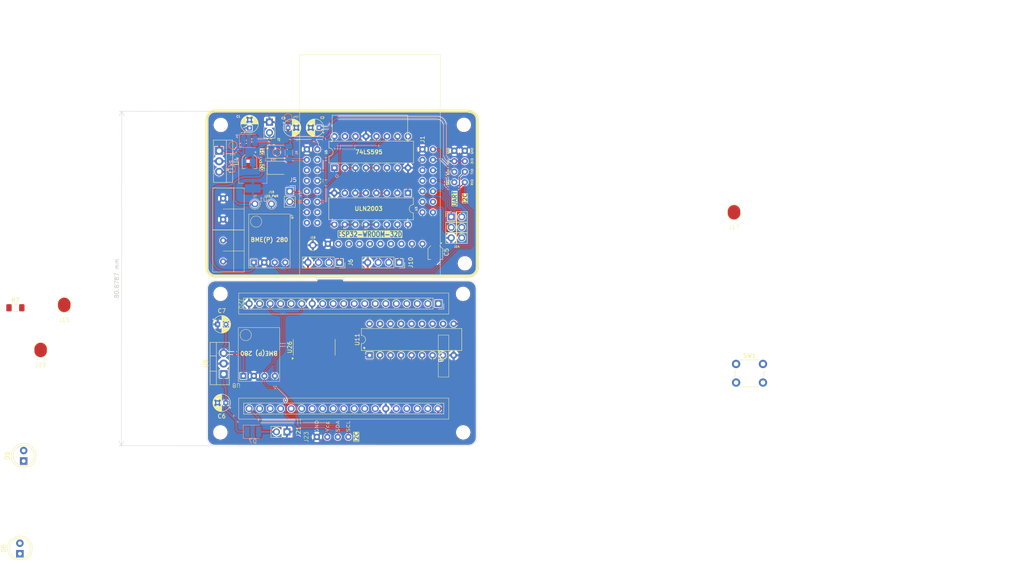
<source format=kicad_pcb>
(kicad_pcb (version 20240108) (generator "pcbnew") (generator_version "8.0")
  (layers (0 "F.Cu" signal) (31 "B.Cu" signal) (34 "B.Paste" user) (35 "F.Paste" user) (36 "B.SilkS" user "B.Silkscreen") (37 "F.SilkS" user "F.Silkscreen") (38 "B.Mask" user) (39 "F.Mask" user) (44 "Edge.Cuts" user))
  (net 0 "")
  (net 1 "GND")
  (net 2 "+3V3")
  (net 3 "+5V")
  (net 4 "/RXD")
  (net 5 "/TXD")
  (net 6 "/SDA")
  (net 7 "/OUT2")
  (net 8 "/SCL")
  (net 9 "/OUT1")
  (net 10 "/EN")
  (net 11 "/SOURCE2")
  (net 12 "/SOURCE1")
  (net 13 "/SOURCE3")
  (net 14 "/VDC")
  (net 15 "/DAC1")
  (net 16 "/DAC2")
  (net 17 "/GPIO13")
  (net 18 "/GPIO19")
  (net 19 "/GPIO17")
  (net 20 "/GPIO5")
  (net 21 "/GPIO18")
  (net 22 "/GPIO36")
  (net 23 "/ADC2_CH3")
  (net 24 "/SD_DATA1")
  (net 25 "/SD_DATA2")
  (net 26 "/SD_CLK")
  (net 27 "/SD_CMD")
  (net 28 "/SD_DATA3")
  (net 29 "/ADC2_CH0")
  (net 30 "/GPIO23")
  (net 31 "/SD_DATA0")
  (net 32 "/ADC2_CH2")
  (net 33 "/BOOT")
  (net 34 "/GPIO39")
  (net 35 "/SOURCE4")
  (net 36 "/SOURCE5")
  (net 37 "/SIPO_DATA")
  (net 38 "/SIPO_CLK")
  (net 40 "/SIPO_LATCH")
  (net 41 "/GPIO14")
  (net 43 "/I3")
  (net 44 "/I6")
  (net 45 "/I7")
  (net 46 "/I5")
  (net 47 "/OUT3")
  (net 48 "/VIN")
  (net 49 "/I1")
  (net 52 "Net-(D5-Pad1)")
  (net 53 "Net-(J15-Pin_1)")
  (net 54 "Net-(J19-Pin_1)")
  (net 55 "/GPIO_33")
  (net 67 "/RX")
  (net 72 "/TX")
  (net 87 "/SCL-2")
  (net 88 "/SDA-2")
  (net 89 "/SIPO_CLK-2")
  (net 91 "/SIPO_DATA-2")
  (net 92 "/SIPO_LATCH-2")
  (net 101 "/QB-2")
  (net 102 "/QC-2")
  (net 103 "/QE-2")
  (net 104 "/QA-2")
  (net 105 "/QD-2")
  (net 106 "/QG-2")
  (net 107 "/QH-2")
  (net 108 "/QF-2")
  (footprint "Capacitor_THT:CP_Radial_D4.0mm_P2.00mm" (layer "F.Cu") (at 107 44.2 180)
    (property "Reference" "C2")
    (property "Value" "1uF")
  )
  (footprint "LED_SMD:LED_1210_3225Metric_Pad1.42x2.65mm_HandSolder" (layer "F.Cu") (at 96.9525 53.9)
    (property "Reference" "D2")
    (property "Value" "STATUS")
  )
  (footprint "Capacitor_SMD:CP_Elec_3x5.3" (layer "F.Cu") (at 90.2 52.3 -90)
    (property "Reference" "C4")
    (property "Value" "0.1uF")
  )
  (footprint "Resistor_SMD:R_1206_3216Metric_Pad1.30x1.75mm_HandSolder" (layer "F.Cu") (at 33.612 87.7585)
    (property "Reference" "R7")
    (property "Value" "4K7")
  )
  (footprint "LED_THT:LED_D5.0mm" (layer "F.Cu") (at 34.7 147.25 90)
    (property "Reference" "D6")
    (property "Value" "LED_STATUS")
  )
  (footprint "Button_Switch_THT:SW_PUSH_6mm" (layer "F.Cu") (at 207.8 101.35)
    (property "Reference" "SW1")
    (property "Value" "SW_Push")
  )
  (footprint "Alexander Footprint Library:Pad_1x01_P2.54_SMD" (layer "F.Cu") (at 39.712 102.098)
    (property "Reference" "J19")
    (property "Value" "LED_PWR")
  )
  (footprint "Alexander Footprints Library:ESP32-WROOM-Adapter-Socket-2" (layer "F.Cu") (at 119.3 57.04)
    (property "Reference" "J1")
    (property "Value" "~")
  )
  (footprint "Alexander Footprint Library:Pad_1x01_P2.54_SMD" (layer "F.Cu") (at 45.412 91.198)
    (property "Reference" "J15")
    (property "Value" "LED_PWR")
  )
  (footprint "MountingHole:MountingHole_3mm" (layer "F.Cu") (at 142 43.5)
    (property "Reference" "H1" (hide yes))
    (property "Value" "MountingHole_Pad")
  )
  (footprint "Connector_PinSocket_2.54mm:PinSocket_1x02_P2.54mm_Vertical" (layer "F.Cu") (at 99.25 117.775 -90)
    (property "Reference" "J21")
    (property "Value" "PWR")
  )
  (footprint "MountingHole:MountingHole_3mm" (layer "F.Cu") (at 83.25 43.53)
    (property "Reference" "H2" (hide yes))
    (property "Value" "MountingHole_Pad")
  )
  (footprint "Package_DIP:DIP-16_W7.62mm" (layer "F.Cu") (at 128.475 60 -90)
    (property "Reference" "U3")
    (property "Value" "ULN2003")
  )
  (footprint "Alexander Footprints Library:Conn_Terminal_5mm" (layer "F.Cu") (at 83.82 53.69)
    (property "Reference" "J9" (hide yes))
    (property "Value" "Conn_01x02_Socket")
  )
  (footprint "Alexander Footprint Library:Pad_1x01_P2.54_SMD" (layer "F.Cu") (at 207.3 68.7895)
    (property "Reference" "J17")
    (property "Value" "GND")
  )
  (footprint "MountingHole:MountingHole_3mm" (layer "F.Cu") (at 141.85 117.9)
    (property "Reference" "H4" (hide yes))
    (property "Value" "MountingHole_Pad")
  )
  (footprint "Capacitor_THT:CP_Radial_D4.0mm_P2.00mm" (layer "F.Cu") (at 82.5 91.75)
    (property "Reference" "C7")
    (property "Value" "1uF")
  )
  (footprint "Package_SO:SO-16_3.9x9.9mm_P1.27mm" (layer "F.Cu") (at 105.825 97.315 90)
    (property "Reference" "U26")
    (property "Value" "74LS595")
  )
  (footprint "Package_DIP:DIP-16_W7.62mm" (layer "F.Cu") (at 110.725 53.9 90)
    (property "Reference" "U5")
    (property "Value" "74LS595")
  )
  (footprint "Alexander Footprint Library:PinSocket_1x01_P2.54" (layer "F.Cu") (at 91.5 65.19)
    (property "Reference" "J7")
    (property "Value" "LED_PWR")
  )
  (footprint "Connector_PinSocket_2.54mm:PinSocket_1x02_P2.54mm_Vertical" (layer "F.Cu") (at 95.025 42.85)
    (property "Reference" "J2")
    (property "Value" "PWR")
  )
  (footprint "Connector_PinSocket_2.54mm:PinSocket_1x04_P2.54mm_Vertical" (layer "F.Cu") (at 111.94 76.8 -90)
    (property "Reference" "J6")
    (property "Value" "SOURCE")
  )
  (footprint "MountingHole:MountingHole_3mm" (layer "F.Cu") (at 83.15 117.9)
    (property "Reference" "H4" (hide yes))
    (property "Value" "MountingHole_Pad")
  )
  (footprint "Connector_PinSocket_2.54mm:PinSocket_1x04_P2.54mm_Vertical" (layer "F.Cu") (at 126.38 76.8 -90)
    (property "Reference" "J10")
    (property "Value" "ADC")
  )
  (footprint "PCM_Package_DIP_AKL:DIP-18_W7.62mm" (layer "F.Cu") (at 119.21 99.25 90)
    (property "Reference" "U11")
    (property "Value" "ULN2801A" (hide yes))
  )
  (footprint "Capacitor_SMD:CP_Elec_3x5.3" (layer "F.Cu") (at 135.1 74.3 -90)
    (property "Reference" "C5")
    (property "Value" "0.1uF")
  )
  (footprint "MountingHole:MountingHole_3mm" (layer "F.Cu") (at 141.8 84.4)
    (property "Reference" "H4" (hide yes))
    (property "Value" "MountingHole_Pad")
  )
  (footprint "Capacitor_THT:CP_Radial_D4.0mm_P2.00mm" (layer "F.Cu") (at 99.5 44.2)
    (property "Reference" "C3")
    (property "Value" "1uF")
  )
  (footprint "Alexander Footprint Library:LD1117" (layer "F.Cu") (at 83.945 103.79 90)
    (property "Reference" "U9")
    (property "Value" "L7805")
  )
  (footprint "Alexander Footprint Library:PinSocket_1x01_P2.54" (layer "F.Cu") (at 95.5 65.19)
    (property "Reference" "J18")
    (property "Value" "LED_PWR")
  )
  (footprint "Alexander Footprint Library:Conn_I2C" (layer "F.Cu") (at 98.84 119 90)
    (property "Reference" "J23")
    (property "Value" "I2C")
  )
  (footprint "Capacitor_THT:CP_Radial_D4.0mm_P2.00mm" (layer "F.Cu") (at 84.4726 110.75 180)
    (property "Reference" "C6")
    (property "Value" "1uF")
  )
  (footprint "Alexander Footprint Library:Conn_ESP32_WROOM-DevKit-38pins" (layer "F.Cu") (at 87.57 86.75 -90)
    (property "Reference" "J20")
    (property "Value" "~")
  )
  (footprint "MountingHole:MountingHole_3mm" (layer "F.Cu") (at 83.2 84.4)
    (property "Reference" "H4" (hide yes))
    (property "Value" "MountingHole_Pad")
  )
  (footprint "Connector_PinSocket_2.54mm:PinSocket_1x02_P2.54mm_Vertical" (layer "F.Cu") (at 99.925 59.55)
    (property "Reference" "J5")
    (property "Value" "DAC")
  )
  (footprint "Alexander Footprint Library:CONN_2x3" (layer "F.Cu") (at 138.96 60.68)
    (property "Reference" "J14")
    (property "Value" "GPIO")
  )
  (footprint "Alexander Footprints Library:Conn_UART" (layer "F.Cu") (at 139.7 42.15)
    (property "Reference" "J3" (hide yes))
    (property "Value" "UART")
  )
  (footprint "Alexander Footprint Library:PinSocket_1x01_P2.54" (layer "F.Cu") (at 105.5 75.19)
    (property "Reference" "J16")
    (property "Value" "GND")
  )
  (footprint "Capacitor_THT:CP_Radial_D4.0mm_P2.00mm" (layer "F.Cu") (at 90.2 44.3 90)
    (property "Reference" "C1")
    (property "Value" "1uF")
  )
  (footprint "Alexander Footprint Library:BME280_BMP280_I2C" (layer "F.Cu") (at 90 78.1 90)
    (property "Reference" "U7")
    (property "Value" "BME(P)280")
  )
  (footprint "Alexander Footprint Library:LD1117" (layer "F.Cu") (at 82.855 49.77 -90)
    (property "Reference" "U4")
    (property "Value" "L7805")
  )
  (footprint "Alexander Footprints Library:Conn_I2C" (layer "F.Cu") (at 142.24 42.15)
    (property "Reference" "J4" (hide yes))
    (property "Value" "I2C")
  )
  (footprint "LED_THT:LED_D5.0mm" (layer "F.Cu") (at 35.612 124.8335 90)
    (property "Reference" "D5")
    (property "Value" "LED_PWR")
  )
  (footprint "Alexander Footprint Library:BME280_BMP280_I2C" (layer "F.Cu") (at 87.49 105.55 90)
    (property "Reference" "U8")
    (property "Value" "BME(P)280")
  )
  (footprint "LED_SMD:LED_1210_3225Metric_Pad1.42x2.65mm_HandSolder" (layer "F.Cu") (at 97 50)
    (property "Reference" "D1")
    (property "Value" "PWR")
  )
  (footprint "MountingHole:MountingHole_3mm" (layer "F.Cu") (at 142.25 77)
    (property "Reference" "H4" (hide yes))
    (property "Value" "MountingHole_Pad")
  )
  (footprint "Alexander Footprints Library:Conn_Terminal_5mm" (layer "F.Cu") (at 83.82 63.85)
    (property "Reference" "J8" (hide yes))
    (property "Value" "Conn_01x02_Socket")
  )
  (footprint "TestPoint:TestPoint_Pad_D1.5mm" (layer "B.Cu") (at 99.5 41.75 180)
    (property "Reference" "TP4")
    (property "Value" "5V")
  )
  (footprint "TestPoint:TestPoint_Pad_D1.5mm" (layer "B.Cu") (at 96.8 50.15 180)
    (property "Reference" "TP3")
    (property "Value" "3V3")
  )
  (footprint "Diode_SMD:D_1210_3225Metric" (layer "B.Cu") (at 91 117.75)
    (property "Reference" "D7")
    (property "Value" "D")
  )
  (footprint "Resistor_SMD:R_1206_3216Metric_Pad1.30x1.75mm_HandSolder" (layer "B.Cu") (at 99.7 50.25 -90)
    (property "Reference" "R1")
    (property "Value" "10K")
  )
  (footprint "Diode_SMD:D_1210_3225Metric" (layer "B.Cu") (at 90.1 47.4)
    (property "Reference" "D4")
    (property "Value" "D")
  )
  (footprint "TestPoint:TestPoint_Pad_D1.5mm" (layer "B.Cu") (at 86.2 48.45 180)
    (property "Reference" "TP1")
    (property "Value" "VIN")
  )
  (footprint "TestPoint:TestPoint_Pad_D1.5mm" (layer "B.Cu") (at 85.9 54.15 180)
    (property "Reference" "TP2")
    (property "Value" "GND")
  )
  (footprint "Package_TO_SOT_SMD:SOT-223-3_TabPin2" (layer "B.Cu") (at 91 55.75 -90)
    (property "Reference" "U1")
    (property "Value" "MAX1726EUK33")
  )
  (gr_line (start 145.25 42.11421) (end 145.25 78.085782) (stroke (width 0.75)) (layer "F.SilkS"))
  (gr_line (start 81.914218 40.164218) (end 143.08579 40.164218) (stroke (width 0.75)) (layer "F.SilkS"))
  (gr_arc (start 145.25 78.085782) (mid 144.66422 79.500007) (end 143.25 80.085782) (stroke (width 0.75)) (layer "F.SilkS"))
  (gr_line (start 79.914218 42.11421) (end 79.914218 78.085782) (stroke (width 0.75)) (layer "F.SilkS"))
  (gr_arc (start 81.914218 80.085782) (mid 80.499999 79.500001) (end 79.914218 78.085782) (stroke (width 0.75)) (layer "F.SilkS"))
  (gr_arc (start 143.25 40.25) (mid 144.664214 40.835786) (end 145.25 42.25) (stroke (width 0.75)) (layer "F.SilkS"))
  (gr_arc (start 79.914218 42.164218) (mid 80.499999 40.749999) (end 81.914218 40.164218) (stroke (width 0.75)) (layer "F.SilkS"))
  (gr_line (start 81.914214 80.085782) (end 143.085786 80.085782) (stroke (width 0.75)) (layer "F.SilkS"))
  (gr_line (start 82.014214 80.235786) (end 106.4 80.25) (stroke (width 0.1)) (layer "Edge.Cuts"))
  (gr_line (start 80 42.25) (end 80.014214 78.235786) (stroke (width 0.1)) (layer "Edge.Cuts"))
  (gr_arc (start 79.921321 83.157107) (mid 80.507106 81.742896) (end 81.921321 81.157107) (stroke (width 0.1)) (layer "Edge.Cuts"))
  (gr_line (start 81.921321 121.128679) (end 143.107107 121.142893) (stroke (width 0.1)) (layer "Edge.Cuts"))
  (gr_arc (start 81.921321 121.128679) (mid 80.507101 120.542899) (end 79.921321 119.128679) (stroke (width 0.1)) (layer "Edge.Cuts"))
  (gr_line (start 143.092893 81.157107) (end 113 81.15) (stroke (width 0.1)) (layer "Edge.Cuts"))
  (gr_arc (start 145.107107 119.142893) (mid 144.521321 120.557107) (end 143.107107 121.142893) (stroke (width 0.1)) (layer "Edge.Cuts"))
  (gr_line (start 106.4 81.15) (end 81.921321 81.157107) (stroke (width 0.1)) (layer "Edge.Cuts"))
  (gr_arc (start 143.185786 40.264214) (mid 144.600004 40.849996) (end 145.185786 42.264214) (stroke (width 0.1)) (layer "Edge.Cuts"))
  (gr_line (start 113 80.25) (end 143.185786 80.235786) (stroke (width 0.1)) (layer "Edge.Cuts"))
  (gr_arc (start 82.014214 80.235786) (mid 80.599996 79.650004) (end 80.014214 78.235786) (stroke (width 0.1)) (layer "Edge.Cuts"))
  (gr_line (start 145.185786 42.264214) (end 145.185786 78.235786) (stroke (width 0.1)) (layer "Edge.Cuts"))
  (gr_arc (start 80 42.25) (mid 80.585786 40.835786) (end 82 40.25) (stroke (width 0.1)) (layer "Edge.Cuts"))
  (gr_line (start 145.107107 119.142893) (end 145.092893 83.157107) (stroke (width 0.1)) (layer "Edge.Cuts"))
  (gr_line (start 79.921321 119.128679) (end 79.921321 83.157107) (stroke (width 0.1)) (layer "Edge.Cuts"))
  (gr_line (start 106.4 81.15) (end 106.4 80.25) (stroke (width 0.1)) (layer "Edge.Cuts"))
  (gr_arc (start 145.185786 78.235786) (mid 144.600004 79.650004) (end 143.185786 80.235786) (stroke (width 0.1)) (layer "Edge.Cuts"))
  (gr_arc (start 143.092893 81.157107) (mid 144.507112 81.742888) (end 145.092893 83.157107) (stroke (width 0.1)) (layer "Edge.Cuts"))
  (gr_line (start 113 81.15) (end 113 80.25) (stroke (width 0.1)) (layer "Edge.Cuts"))
  (gr_line (start 143.185786 40.264214) (end 82 40.25) (stroke (width 0.1)) (layer "Edge.Cuts"))
  (gr_text "74LS595" (at 119.057143 50.1 0) (layer "F.SilkS") (effects (font (size 1 1) (thickness 0.2) (bold yes))))
  (gr_text "ULN2003" (at 115.5 64.374 0) (layer "F.SilkS") (effects (font (size 1 1) (thickness 0.2) (bold yes)) (justify left bottom)))
  (dimension (type aligned) (layer "Edge.Cuts") (pts (xy 81.921321 121.128679) (xy 82 40.25)) (height -22.6907) (gr_text "80.8787 mm" (at 58.119973 80.666146 89.94426182) (layer "Edge.Cuts") (effects (font (size 1 1) (thickness 0.15)))) (format (prefix "") (suffix "") (units 3) (units_format 1) (precision 4)) (style (thickness 0.1) (arrow_length 1.27) (text_position_mode 0) (extension_height 0.58642) (extension_offset 0.5) keep_text_aligned))
  (segment (start 84.21 66) (end 83.82 66.39) (width 0.5) (layer "F.Cu") (net 1))
  (segment (start 101.5 48.103553) (end 101.5 49.573223) (width 0.25) (layer "F.Cu") (net 2))
  (segment (start 105.575735 47.25) (end 102.353553 47.25) (width 0.25) (layer "F.Cu") (net 2))
  (segment (start 106.6 48.274264) (end 106.6 49.42) (width 0.25) (layer "F.Cu") (net 2))
  (segment (start 138.021593 51.871593) (end 137.93 51.78) (width 0.5) (layer "F.Cu") (net 2))
  (segment (start 108.946446 44.2) (end 107 44.2) (width 0.5) (layer "F.Cu") (net 2))
  (segment (start 109.8 43.346446) (end 109.8 43.15) (width 0.5) (layer "F.Cu") (net 2))
  (segment (start 137.4 50.500466) (end 137.4 43.627817) (width 0.5) (layer "F.Cu") (net 2))
  (segment (start 101.073223 50) (end 98.4875 50) (width 0.25) (layer "F.Cu") (net 2))
  (segment (start 139.08 52.31) (end 139.7 52.31) (width 0.5) (layer "F.Cu") (net 2))
  (segment (start 110.188908 42.211091) (end 110.225 42.175) (width 0.5) (layer "F.Cu") (net 2))
  (segment (start 135.522182 41.75) (end 111.25104 41.75) (width 0.5) (layer "F.Cu") (net 2))
  (arc (start 106.3 47.55) (mid 105.967704 47.327967) (end 105.575735 47.25) (width 0.25) (layer "F.Cu") (net 2))
  (arc (start 101.5 49.573223) (mid 101.467513 49.736543) (end 101.375 49.875) (width 0.25) (layer "F.Cu") (net 2))
  (arc (start 111.25104 41.75) (mid 110.695751 41.860453) (end 110.225 42.175) (width 0.5) (layer "F.Cu") (net 2))
  (arc (start 110.188908 42.211091) (mid 109.901073 42.641866) (end 109.8 43.15) (width 0.5) (layer "F.Cu") (net 2))
  (arc (start 138.021593 51.871593) (mid 138.507194 52.196061) (end 139.08 52.31) (width 0.5) (layer "F.Cu") (net 2))
  (arc (start 102.353553 47.25) (mid 102.026912 47.314972) (end 101.75 47.5) (width 0.25) (layer "F.Cu") (net 2))
  (arc (start 109.8 43.346446) (mid 109.735027 43.673087) (end 109.55 43.95) (width 0.5) (layer "F.Cu") (net 2))
  (arc (start 106.3 47.55) (mid 106.522032 47.882295) (end 106.6 48.274264) (width 0.25) (layer "F.Cu") (net 2))
  (arc (start 109.55 43.95) (mid 109.273087 44.135027) (end 108.946446 44.2) (width 0.5) (layer "F.Cu") (net 2))
  (arc (start 136.85 42.3) (mid 137.257059 42.909207) (end 137.4 43.627817) (width 0.5) (layer "F.Cu") (net 2))
  (arc (start 101.75 47.5) (mid 101.564972 47.776912) (end 101.5 48.103553) (width 0.25) (layer "F.Cu") (net 2))
  (arc (start 101.375 49.875) (mid 101.236543 49.967513) (end 101.073223 50) (width 0.25) (layer "F.Cu") (net 2))
  (arc (start 137.4 50.500466) (mid 137.537742 51.192944) (end 137.93 51.78) (width 0.5) (layer "F.Cu") (net 2))
  (arc (start 136.85 42.3) (mid 136.240792 41.89294) (end 135.522182 41.75) (width 0.5) (layer "F.Cu") (net 2))
  (segment (start 96.075 48.7) (end 97.525 48.7) (width 0.5) (layer "B.Cu") (net 2))
  (segment (start 109.408578 44.2) (end 107 44.2) (width 0.5) (layer "B.Cu") (net 2))
  (segment (start 93.21 115.25) (end 101 115.25) (width 0.5) (layer "B.Cu") (net 2))
  (segment (start 81.3 75.997918) (end 81.3 59.75104) (width 0.5) (layer "B.Cu") (net 2))
  (segment (start 93.3 54.905025) (end 93.3 52.6) (width 0.5) (layer "B.Cu") (net 2))
  (segment (start 100 48.7) (end 100 48.03033) (width 0.5) (layer "B.Cu") (net 2))
  (segment (start 139.13 52.31) (end 139.7 52.31) (width 0.5) (layer "B.Cu") (net 2))
  (segment (start 138.156949 51.906949) (end 138.03 51.78) (width 0.5) (layer "B.Cu") (net 2))
  (segment (start 109 117.5) (end 109 119) (width 0.5) (layer "B.Cu") (net 2))
  (segment (start 106.6 48.627817) (end 106.6 49.299791) (width 0.5) (layer "B.Cu") (net 2))
  (segment (start 84.202081 78.9) (end 89.990883 78.9) (width 0.5) (layer "B.Cu") (net 2))
  (segment (start 109.75 43.858578) (end 109.75 44.141421) (width 0.5) (layer "B.Cu") (net 2))
  (segment (start 104.722182 46.75) (end 106.277817 46.75) (width 0.5) (layer "B.Cu") (net 2))
  (segment (start 139.7 52.31) (end 142.24 52.31) (width 0.5) (layer "B.Cu") (net 2))
  (segment (start 137.5 50.500466) (end 137.5 43.883883) (width 0.5) (layer "B.Cu") (net 2))
  (segment (start 88.207106 62.75) (end 91.5 62.75) (width 0.5) (layer "B.Cu") (net 2))
  (segment (start 86.5 61.042893) (end 86.5 57.5) (width 0.5) (layer "B.Cu") (net 2))
  (segment (start 101 115.25) (end 102.5 116.75) (width 0.5) (layer "B.Cu") (net 2))
  (segment (start 91.22 77.670883) (end 91.22 76.8) (width 0.5) (layer "B.Cu") (net 2))
  (segment (start 89.455634 56.1) (end 92.105025 56.1) (width 0.5) (layer "B.Cu") (net 2))
  (segment (start 96.075 48.7) (end 95.177817 48.7) (width 0.5) (layer "B.Cu") (net 2))
  (segment (start 90.11 112.15) (end 93.21 115.25) (width 0.5) (layer "B.Cu") (net 2))
  (segment (start 108.25 116.75) (end 109 117.5) (width 0.5) (layer "B.Cu") (net 2))
  (segment (start 104.722182 46.75) (end 101.28033 46.75) (width 0.5) (layer "B.Cu") (net 2))
  (segment (start 109.149999 46.149999) (end 109.201992 46.098007) (width 0.5) (layer "B.Cu") (net 2))
  (segment (start 96.8 49.425) (end 96.8 50.15) (width 0.25) (layer "B.Cu") (net 2))
  (segment (start 109.75 43.625) (end 109.75 43.858578) (width 0.5) (layer "B.Cu") (net 2))
  (segment (start 106.277817 46.75) (end 107.701471 46.75) (width 0.5) (layer "B.Cu") (net 2))
  (segment (start 110.015165 42.984834) (end 110.5 42.5) (width 0.5) (layer "B.Cu") (net 2))
  (segment (start 93.3 52.6) (end 93.3 50.577817) (width 0.5) (layer "B.Cu") (net 2))
  (segment (start 82.75104 58.3) (end 84.144365 58.3) (width 0.5) (layer "B.Cu") (net 2))
  (segment (start 106.685 49.335) (end 106.77 49.25) (width 0.5) (layer "B.Cu") (net 2))
  (segment (start 109.75 44.775) (end 109.75 44.141421) (width 0.5) (layer "B.Cu") (net 2))
  (segment (start 102.5 116.75) (end 108.25 116.75) (width 0.5) (layer "B.Cu") (net 2))
  (segment (start 112.31066 41.75) (end 135.366116 41.75) (width 0.5) (layer "B.Cu") (net 2))
  (segment (start 100 48.7) (end 97.525 48.7) (width 0.5) (layer "B.Cu") (net 2))
  (arc (start 136.875 42.375) (mid 137.337567 43.067281) (end 137.5 43.883883) (width 0.5) (layer "B.Cu") (net 2))
  (arc (start 137.5 50.500466) (mid 137.637742 51.192944) (end 138.03 51.78) (width 0.5) (layer "B.Cu") (net 2))
  (arc (start 93.3 54.905025) (mid 93.209037 55.362322) (end 92.95 55.75) (width 0.5) (layer "B.Cu") (net 2))
  (arc (start 86.8 57.2) (mid 85.581584 58.014119) (end 84.144365 58.3) (width 0.5) (layer "B.Cu") (net 2))
  (arc (start 106.6 49.299791) (mid 106.630737 49.345793) (end 106.685 49.335) (width 0.5) (layer "B.Cu") (net 2))
  (arc (start 89.455634 56.1) (mid 88.018415 56.38588) (end 86.8 57.2) (width 0.5) (layer "B.Cu") (net 2))
  (arc (start 86.5 61.042893) (mid 86.629945 61.696174) (end 87 62.25) (width 0.5) (layer "B.Cu") (net 2))
  (arc (start 82.75104 58.3) (mid 82.195751 58.410453) (end 81.725 58.725) (width 0.5) (layer "B.Cu") (net 2))
  (arc (start 92.95 55.75) (mid 92.562322 56.009037) (end 92.105025 56.1) (width 0.5) (layer "B.Cu") (net 2))
  (arc (start 95.177817 48.7) (mid 94.459207 48.84294) (end 93.85 49.25) (width 0.5) (layer "B.Cu") (net 2))
  (arc (start 96.8 49.425) (mid 96.587652 48.912347) (end 96.075 48.7) (width 0.25) (layer "B.Cu") (net 2))
  (arc (start 82.15 78.05) (mid 83.091502 78.679092) (end 84.202081 78.9) (width 0.5) (layer "B.Cu") (net 2))
  (arc (start 110.015165 42.984834) (mid 109.818914 43.278544) (end 109.75 43.625) (width 0.5) (layer "B.Cu") (net 2))
  (arc (start 109.75 44.141421) (mid 109.713838 44.087301) (end 109.65 44.1) (width 0.5) (layer "B.Cu") (net 2))
  (arc (start 136.875 42.375) (mid 136.182718 41.912432) (end 135.366116 41.75) (width 0.5) (layer "B.Cu") (net 2))
  (arc (start 93.85 49.25) (mid 93.44294 49.859207) (end 93.3 50.577817) (width 0.5) (layer "B.Cu") (net 2))
  (arc (start 90.86 78.54) (mid 90.461245 78.806439) (end 89.990883 78.9) (width 0.5) (layer "B.Cu") (net 2))
  (arc (start 109.65 44.1) (mid 109.539234 44.17401) (end 109.408578 44.2) (width 0.5) (layer "B.Cu") (net 2))
  (arc (start 87 62.25) (mid 87.553825 62.620054) (end 88.207106 62.75) (width 0.5) (layer "B.Cu") (net 2))
  (arc (start 81.725 58.725) (mid 81.410453 59.195751) (end 81.3 59.75104) (width 0.5) (layer "B.Cu") (net 2))
  (arc (start 106.05 47.3) (mid 105.440792 46.89294) (end 104.722182 46.75) (width 0.5) (layer "B.Cu") (net 2))
  (arc (start 138.156949 51.906949) (mid 138.603388 52.20525) (end 139.13 52.31) (width 0.5) (layer "B.Cu") (net 2))
  (arc (start 101.28033 46.75) (mid 100.790368 46.847459) (end 100.375 47.125) (width 0.5) (layer "B.Cu") (net 2))
  (arc (start 106.05 47.3) (mid 106.457059 47.909207) (end 106.6 48.627817) (width 0.5) (layer "B.Cu") (net 2))
  (arc (start 106.277817 46.75) (mid 105.980159 46.948888) (end 106.05 47.3) (width 0.5) (layer "B.Cu") (net 2))
  (arc (start 91.22 77.670883) (mid 91.126439 78.141245) (end 90.86 78.54) (width 0.5) (layer "B.Cu") (net 2))
  (arc (start 109.75 44.775) (mid 109.607577 45.491006) (end 109.201992 46.098007) (width 0.5) (layer "B.Cu") (net 2))
  (arc (start 109.65 44.1) (mid 109.72401 43.989234) (end 109.75 43.858578) (width 0.5) (layer "B.Cu") (net 2))
  (arc (start 112.31066 41.75) (mid 111.330737 41.944918) (end 110.5 42.5) (width 0.5) (layer "B.Cu") (net 2))
  (arc (start 100.375 47.125) (mid 100.097459 47.540368) (end 100 48.03033) (width 0.5) (layer "B.Cu") (net 2))
  (arc (start 109.149999 46.149999) (mid 108.485409 46.594064) (end 107.701471 46.75) (width 0.5) (layer "B.Cu") (net 2))
  (arc (start 81.3 75.997918) (mid 81.520907 77.108496) (end 82.15 78.05) (width 0.5) (layer "B.Cu") (net 2))
  (segment (start 142.63 91.63) (end 143.5 92.5) (width 0.5) (layer "F.Cu") (net 3))
  (segment (start 99.5 45.693413) (end 99.5 44.2) (width 0.5) (layer "F.Cu") (net 3))
  (segment (start 110.512652 48.95) (end 109.487347 48.95) (width 0.5) (layer "F.Cu") (net 3))
  (segment (start 87.75 115.25) (end 135.25 115.25) (width 0.5) (layer "F.Cu") (net 3))
  (segment (start 98.6375 46.9625) (end 99.2125 46.3875) (width 0.5) (layer "F.Cu") (net 3))
  (segment (start 83.945 98.71) (end 86.21 98.71) (width 0.5) (layer "F.Cu") (net 3))
  (segment (start 86.75 99.25) (end 86.75 100) (width 0.5) (layer "F.Cu") (net 3))
  (segment (start 110.725 47.712347) (end 110.725 46.28) (width 0.5) (layer "F.Cu") (net 3))
  (segment (start 101.38 94.74) (end 101.38 96.37) (width 0.5) (layer "F.Cu") (net 3))
  (segment (start 125.341906 48.95) (end 110.512652 48.95) (width 0.5) (layer "F.Cu") (net 3))
  (segment (start 108.3 49.803553) (end 108.3 65.537329) (width 0.5) (layer "F.Cu") (net 3))
  (segment (start 84.648959 54.85) (end 82.855 54.85) (width 0.5) (layer "F.Cu") (net 3))
  (segment (start 108.3 49.803553) (end 108.3 49.096446) (width 0.5) (layer "F.Cu") (net 3))
  (segment (start 91.306675 47.25) (end 97.943413 47.25) (width 0.5) (layer "F.Cu") (net 3))
  (segment (start 135.81 114.69) (end 135.81 112.15) (width 0.5) (layer "F.Cu") (net 3))
  (segment (start 108.5 92.25) (end 109 92.75) (width 0.5) (layer "F.Cu") (net 3))
  (segment (start 86.1 52.15) (end 86.1 53.398959) (width 0.5) (layer "F.Cu") (net 3))
  (segment (start 86.75 114.25) (end 87.75 115.25) (width 0.5) (layer "F.Cu") (net 3))
  (segment (start 101.38 96.37) (end 101 96.75) (width 0.5) (layer "F.Cu") (net 3))
  (segment (start 86.75 100) (end 86.75 114.25) (width 0.5) (layer "F.Cu") (net 3))
  (segment (start 102 92.25) (end 108.5 92.25) (width 0.5) (layer "F.Cu") (net 3))
  (segment (start 86.75 100) (end 86.75 97.25) (width 0.5) (layer "F.Cu") (net 3))
  (segment (start 139.53 91.63) (end 142.63 91.63) (width 0.5) (layer "F.Cu") (net 3))
  (segment (start 107.608621 46.675) (end 99.331586 46.675) (width 0.5) (layer "F.Cu") (net 3))
  (segment (start 86.21 98.71) (end 86.75 99.25) (width 0.5) (layer "F.Cu") (net 3))
  (segment (start 108.3 49.096446) (end 108.3 47.366378) (width 0.5) (layer "F.Cu") (net 3))
  (segment (start 101.38 92.87) (end 102 92.25) (width 0.5) (layer "F.Cu") (net 3))
  (segment (start 109.104574 67.204574) (end 108.91 67.01) (width 0.5) (layer "F.Cu") (net 3))
  (segment (start 143.5 111.5) (end 142.85 112.15) (width 0.5) (layer "F.Cu") (net 3))
  (segment (start 109 92.75) (end 109 94.74) (width 0.5) (layer "F.Cu") (net 3))
  (segment (start 87.25 96.75) (end 86.75 97.25) (width 0.5) (layer "F.Cu") (net 3))
  (segment (start 135.25 115.25) (end 135.81 114.69) (width 0.5) (layer "F.Cu") (net 3))
  (segment (start 110.1075 67.62) (end 110.695 67.62) (width 0.5) (layer "F.Cu") (net 3))
  (segment (start 101 96.75) (end 87.25 96.75) (width 0.5) (layer "F.Cu") (net 3))
  (segment (start 101.38 94.74) (end 101.38 92.87) (width 0.5) (layer "F.Cu") (net 3))
  (segment (start 87.408147 48.991852) (end 87.625 48.775) (width 0.5) (layer "F.Cu") (net 3))
  (segment (start 142.85 112.15) (end 135.72 112.15) (width 0.5) (layer "F.Cu") (net 3))
  (segment (start 125.965 48.326906) (end 125.965 46.28) (width 0.5) (layer "F.Cu") (net 3))
  (segment (start 143.5 92.5) (end 143.5 111.5) (width 0.5) (layer "F.Cu") (net 3))
  (segment (start 109.487347 48.95) (end 109.153553 48.95) (width 0.5) (layer "F.Cu") (net 3))
  (arc (start 108.0975 46.8775) (mid 108.247371 47.101799) (end 108.3 47.366378) (width 0.5) (layer "F.Cu") (net 3))
  (arc (start 108.3 65.537329) (mid 108.458533 66.334332) (end 108.91 67.01) (width 0.5) (layer "F.Cu") (net 3))
  (arc (start 109.487347 48.95) (mid 109.960976 48.855789) (end 110.3625 48.5875) (width 0.5) (layer "F.Cu") (net 3))
  (arc (start 99.2125 46.3875) (mid 99.175992 46.571035) (end 99.331586 46.675) (width 0.5) (layer "F.Cu") (net 3))
  (arc (start 108.0975 46.8775) (mid 107.8732 46.727628) (end 107.608621 46.675) (width 0.5) (layer "F.Cu") (net 3))
  (arc (start 86.1 53.398959) (mid 85.989546 53.954248) (end 85.675 54.425) (width 0.5) (layer "F.Cu") (net 3))
  (arc (start 109.104574 67.204574) (mid 109.56472 67.512034) (end 110.1075 67.62) (width 0.5) (layer "F.Cu") (net 3))
  (arc (start 108.55 49.2) (mid 108.364972 49.476912) (end 108.3 49.803553) (width 0.5) (layer "F.Cu") (net 3))
  (arc (start 87.408147 48.991852) (mid 86.439976 50.440822) (end 86.1 52.15) (width 0.5) (layer "F.Cu") (net 3))
  (arc (start 85.675 54.425) (mid 85.204248 54.739546) (end 84.648959 54.85) (width 0.5) (layer "F.Cu") (net 3))
  (arc (start 110.3625 48.5875) (mid 110.316468 48.818914) (end 110.512652 48.95) (width 0.5) (layer "F.Cu") (net 3))
  (arc (start 98.6375 46.9625) (mid 98.31905 47.175281) (end 97.943413 47.25) (width 0.5) (layer "F.Cu") (net 3))
  (arc (start 110.725 47.712347) (mid 110.630789 48.185976) (end 110.3625 48.5875) (width 0.5) (layer "F.Cu") (net 3))
  (arc (start 108.3 49.096446) (mid 108.390403 49.231745) (end 108.55 49.2) (width 0.5) (layer "F.Cu") (net 3))
  (arc (start 91.306675 47.25) (mid 89.314166 47.646334) (end 87.625 48.775) (width 0.5) (layer "F.Cu") (net 3))
  (arc (start 109.153553 48.95) (mid 108.826912 49.014972) (end 108.55 49.2) (width 0.5) (layer "F.Cu") (net 3))
  (arc (start 99.331586 46.675) (mid 98.955949 46.749718) (end 98.6375 46.9625) (width 0.5) (layer "F.Cu") (net 3))
  (arc (start 125.7825 48.7675) (mid 125.580353 48.902569) (end 125.341906 48.95) (width 0.5) (layer "F.Cu") (net 3))
  (arc (start 99.5 45.693413) (mid 99.425281 46.06905) (end 99.2125 46.3875) (width 0.5) (layer "F.Cu") (net 3))
  (arc (start 125.965 48.326906) (mid 125.917569 48.565353) (end 125.7825 48.7675) (width 0.5) (layer "F.Cu") (net 3))
  (segment (start 83.945 97.305) (end 84.5 96.75) (width 0.5) (layer "B.Cu") (net 3))
  (segment (start 87.96 98.71) (end 88.71 99.46) (width 0.5) (layer "B.Cu") (net 3))
  (segment (start 83.945 98.71) (end 83.945 97.305) (width 0.5) (layer "B.Cu") (net 3))
  (segment (start 84.5 96.75) (end 84.5 91.75) (width 0.5) (layer "B.Cu") (net 3))
  (segment (start 83.945 98.71) (end 87.96 98.71) (width 0.5) (layer "B.Cu") (net 3))
  (segment (start 99.5 42.25) (end 99.5 44.2) (width 0.25) (layer "B.Cu") (net 3))
  (segment (start 88.71 99.46) (end 88.71 104.25) (width 0.5) (layer "B.Cu") (net 3))
  (segment (start 139.7 57.35) (end 139.7 57.39) (width 0.25) (layer "F.Cu") (net 4))
  (segment (start 133.25 53.25) (end 135.6 53.25) (width 0.25) (layer "F.Cu") (net 4))
  (segment (start 135.6 53.25) (end 139.7 57.35) (width 0.25) (layer "F.Cu") (net 4))
  (segment (start 132 54.5) (end 133.25 53.25) (width 0.25) (layer "F.Cu") (net 4))
  (segment (start 140.3 57.45) (end 139.3 57.45) (width 0.25) (layer "F.Cu") (net 4))
  (segment (start 136.61 51.96) (end 134.54 51.96) (width 0.25) (layer "F.Cu") (net 5))
  (segment (start 134.74 51.79) (end 134.62 51.91) (width 0.25) (layer "F.Cu") (net 5))
  (segment (start 139.5 54.85) (end 136.61 51.96) (width 0.25) (layer "F.Cu") (net 5))
  (segment (start 139.7 54.85) (end 139.5 54.85) (width 0.25) (layer "F.Cu") (net 5))
  (segment (start 138.59 58.55) (end 140.4 58.55) (width 0.25) (layer "F.Cu") (net 6))
  (segment (start 136.213604 54.5) (end 138 56.286396) (width 0.25) (layer "F.Cu") (net 6))
  (segment (start 138 57.96) (end 138.59 58.55) (width 0.25) (layer "F.Cu") (net 6))
  (segment (start 140.9 56.19) (end 142.24 54.85) (width 0.25) (layer "F.Cu") (net 6))
  (segment (start 140.9 58.05) (end 140.9 56.19) (width 0.25) (layer "F.Cu") (net 6))
  (segment (start 134.54 54.5) (end 136.213604 54.5) (width 0.25) (layer "F.Cu") (net 6))
  (segment (start 138 56.286396) (end 138 57.96) (width 0.25) (layer "F.Cu") (net 6))
  (segment (start 142.24 54.85) (end 142.24 55.51) (width 0.25) (layer "F.Cu") (net 6))
  (segment (start 140.4 58.55) (end 140.9 58.05) (width 0.25) (layer "F.Cu") (net 6))
  (segment (start 99.75 78.65) (end 134.55 78.65) (width 0.25) (layer "B.Cu") (net 6))
  (segment (start 141 61.9) (end 141 56.09) (width 0.25) (layer "B.Cu") (net 6))
  (segment (start 134.55 78.65) (end 140.418198 72.781802) (width 0.25) (layer "B.Cu") (net 6))
  (segment (start 143.55 64.45) (end 141 61.9) (width 0.25) (layer "B.Cu") (net 6))
  (segment (start 98.84 76.8) (end 98.84 77.74) (width 0.25) (layer "B.Cu") (net 6))
  (segment (start 143.281802 72.781802) (end 143.55 72.513604) (width 0.25) (layer "B.Cu") (net 6))
  (segment (start 143.55 72.513604) (end 143.55 64.45) (width 0.25) (layer "B.Cu") (net 6))
  (segment (start 140.418198 72.781802) (end 143.281802 72.781802) (width 0.25) (layer "B.Cu") (net 6))
  (segment (start 141 56.09) (end 142.24 54.85) (width 0.25) (layer "B.Cu") (net 6))
  (segment (start 98.84 77.74) (end 99.75 78.65) (width 0.25) (layer "B.Cu") (net 6))
  (segment (start 137.55 58.146396) (end 138.403604 59) (width 0.25) (layer "F.Cu") (net 8))
  (segment (start 131.5 55.75) (end 136.75 55.75) (width 0.25) (layer "F.Cu") (net 8))
  (segment (start 140.63 59) (end 142.24 57.39) (width 0.25) (layer "F.Cu") (net 8))
  (segment (start 136.75 55.75) (end 137.55 56.55) (width 0.25) (layer "F.Cu") (net 8))
  (segment (start 137.55 56.55) (end 137.55 58.146396) (width 0.25) (layer "F.Cu") (net 8))
  (segment (start 130.745 54.995) (end 131.5 55.75) (width 0.25) (layer "F.Cu") (net 8))
  (segment (start 130.745 53.245) (end 130.745 54.995) (width 0.25) (layer "F.Cu") (net 8))
  (segment (start 132.08 51.91) (end 130.745 53.245) (width 0.25) (layer "F.Cu") (net 8))
  (segment (start 138.403604 59) (end 140.63 59) (width 0.25) (layer "F.Cu") (net 8))
  (segment (start 134.8 79.1) (end 140.6 73.3) (width 0.25) (layer "B.Cu") (net 8))
  (segment (start 96.3 76.8) (end 96.3 77.7) (width 0.25) (layer "B.Cu") (net 8))
  (segment (start 144 72.7) (end 144 64.263604) (width 0.25) (layer "B.Cu") (net 8))
  (segment (start 96.3 77.7) (end 97.7 79.1) (width 0.25) (layer "B.Cu") (net 8))
  (segment (start 142.24 62.503604) (end 142.24 57.39) (width 0.25) (layer "B.Cu") (net 8))
  (segment (start 144 64.263604) (end 142.24 62.503604) (width 0.25) (layer "B.Cu") (net 8))
  (segment (start 143.4 73.3) (end 144 72.7) (width 0.25) (layer "B.Cu") (net 8))
  (segment (start 140.6 73.3) (end 143.4 73.3) (width 0.25) (layer "B.Cu") (net 8))
  (segment (start 97.7 79.1) (end 134.8 79.1) (width 0.25) (layer "B.Cu") (net 8))
  (segment (start 93.21 51.96) (end 92.05 50.8) (width 0.25) (layer "F.Cu") (net 10))
  (segment (start 104.06 51.96) (end 93.21 51.96) (width 0.25) (layer "F.Cu") (net 10))
  (segment (start 92.05 50.8) (end 90.2 50.8) (width 0.25) (layer "F.Cu") (net 10))
  (segment (start 103.72 52.3) (end 104.06 51.96) (width 0.25) (layer "F.Cu") (net 10))
  (segment (start 100 51.8) (end 103.9 51.8) (width 0.25) (layer "B.Cu") (net 10))
  (segment (start 103.9 51.8) (end 104.06 51.96) (width 0.25) (layer "B.Cu") (net 10))
  (segment (start 113.235 67.62) (end 115.775 67.62) (width 0.5) (layer "F.Cu") (net 11))
  (segment (start 99 73.1) (end 102.7 69.4) (width 0.5) (layer "F.Cu") (net 11))
  (segment (start 86.37 71.47) (end 88 73.1) (width 0.5) (layer "F.Cu") (net 11))
  (segment (start 102.7 69.4) (end 111.455 69.4) (width 0.5) (layer "F.Cu") (net 11))
  (segment (start 88 73.1) (end 99 73.1) (width 0.5) (layer "F.Cu") (net 11))
  (segment (start 83.82 71.47) (end 86.37 71.47) (width 0.5) (layer "F.Cu") (net 11))
  (segment (start 111.455 69.4) (end 113.235 67.62) (width 0.5) (layer "F.Cu") (net 11))
  (segment (start 86.275 76.55) (end 88.075 74.75) (width 0.5) (layer "F.Cu") (net 12))
  (segment (start 104.4 70.1) (end 115.835 70.1) (width 0.5) (layer "F.Cu") (net 12))
  (segment (start 99.75 74.75) (end 104.4 70.1) (width 0.5) (layer "F.Cu") (net 12))
  (segment (start 118.315 67.62) (end 120.855 67.62) (width 0.5) (layer "F.Cu") (net 12))
  (segment (start 83.82 76.55) (end 86.275 76.55) (width 0.5) (layer "F.Cu") (net 12))
  (segment (start 115.835 70.1) (end 118.315 67.62) (width 0.5) (layer "F.Cu") (net 12))
  (segment (start 88.075 74.75) (end 99.75 74.75) (width 0.5) (layer "F.Cu") (net 12))
  (segment (start 128.475 67.62) (end 128.475 68.825) (width 0.25) (layer "F.Cu") (net 13))
  (segment (start 125.7 72.8) (end 124.55 73.95) (width 0.25) (layer "F.Cu") (net 13))
  (segment (start 111.94 75.26) (end 111.94 76.8) (width 0.25) (layer "F.Cu") (net 13))
  (segment (start 124.55 73.95) (end 118.622792 73.95) (width 0.25) (layer "F.Cu") (net 13))
  (segment (start 128.475 68.825) (end 125.7 71.6) (width 0.25) (layer "F.Cu") (net 13))
  (segment (start 125.7 71.6) (end 125.7 72.8) (width 0.25) (layer "F.Cu") (net 13))
  (segment (start 117.872792 74.7) (end 112.5 74.7) (width 0.25) (layer "F.Cu") (net 13))
  (segment (start 112.5 74.7) (end 111.94 75.26) (width 0.25) (layer "F.Cu") (net 13))
  (segment (start 118.622792 73.95) (end 117.872792 74.7) (width 0.25) (layer "F.Cu") (net 13))
  (segment (start 96.71 117.775) (end 92.425 117.775) (width 0.5) (layer "B.Cu") (net 14))
  (segment (start 92.425 117.775) (end 92.4 117.75) (width 0.5) (layer "B.Cu") (net 14))
  (segment (start 95.025 46.674479) (end 95.025 45.39) (width 0.5) (layer "B.Cu") (net 14))
  (segment (start 94.299479 47.4) (end 91.5 47.4) (width 0.5) (layer "B.Cu") (net 14))
  (arc (start 95.025 46.674479) (mid 94.969773 46.952124) (end 94.8125 47.1875) (width 0.5) (layer "B.Cu") (net 14))
  (arc (start 94.8125 47.1875) (mid 94.577124 47.344773) (end 94.299479 47.4) (width 0.5) (layer "B.Cu") (net 14))
  (segment (start 105.38 60.8) (end 103.1 60.8) (width 0.25) (layer "B.Cu") (net 15))
  (segment (start 106.6 59.58) (end 105.38 60.8) (width 0.25) (layer "B.Cu") (net 15))
  (segment (start 103.1 60.8) (end 101.85 59.55) (width 0.25) (layer "B.Cu") (net 15))
  (segment (start 101.85 59.55) (end 99.925 59.55) (width 0.25) (layer "B.Cu") (net 15))
  (segment (start 104.06 62.12) (end 99.955 62.12) (width 0.25) (layer "B.Cu") (net 16))
  (segment (start 104.03 62.09) (end 104.06 62.12) (width 0.25) (layer "B.Cu") (net 16))
  (segment (start 99.955 62.12) (end 99.925 62.09) (width 0.25) (layer "B.Cu") (net 16))
  (segment (start 138.5 63.1) (end 138.5 61.727208) (width 0.25) (layer "B.Cu") (net 18))
  (segment (start 137.5 60.727208) (end 137.5 57.8) (width 0.25) (layer "B.Cu") (net 18))
  (segment (start 138.5 61.727208) (end 137.5 60.727208) (width 0.25) (layer "B.Cu") (net 18))
  (segment (start 140.2 67) (end 140.2 64.8) (width 0.25) (layer "B.Cu") (net 18))
  (segment (start 141.5 68.3) (end 140.2 67) (width 0.25) (layer "B.Cu") (net 18))
  (segment (start 136.69 56.99) (end 134.62 56.99) (width 0.25) (layer "B.Cu") (net 18))
  (segment (start 140.2 64.8) (end 138.5 63.1) (width 0.25) (layer "B.Cu") (net 18))
  (segment (start 137.5 57.8) (end 136.69 56.99) (width 0.25) (layer "B.Cu") (net 18))
  (segment (start 141.5 70.84) (end 140.16 69.5) (width 0.25) (layer "B.Cu") (net 19))
  (segment (start 137.7 69.5) (end 137.1 68.9) (width 0.25) (layer "B.Cu") (net 19))
  (segment (start 140.16 69.5) (end 137.7 69.5) (width 0.25) (layer "B.Cu") (net 19))
  (segment (start 137.1 68.9) (end 137.1 63.84) (width 0.25) (layer "B.Cu") (net 19))
  (segment (start 133.41 63.4) (end 132.08 62.07) (width 0.25) (layer "B.Cu") (net 19))
  (segment (start 137.1 63.84) (end 136.66 63.4) (width 0.25) (layer "B.Cu") (net 19))
  (segment (start 136.66 63.4) (end 133.41 63.4) (width 0.25) (layer "B.Cu") (net 19))
  (segment (start 138.05 61.913604) (end 137.05 60.913604) (width 0.25) (layer "B.Cu") (net 20))
  (segment (start 137.05 60.913604) (end 137.05 59.95) (width 0.25) (layer "B.Cu") (net 20))
  (segment (start 136.63 59.53) (end 134.62 59.53) (width 0.25) (layer "B.Cu") (net 20))
  (segment (start 138.96 65.76) (end 138.96 64.196396) (width 0.25) (layer "B.Cu") (net 20))
  (segment (start 138.96 64.196396) (end 138.05 63.286396) (width 0.25) (layer "B.Cu") (net 20))
  (segment (start 138.05 63.286396) (end 138.05 61.913604) (width 0.25) (layer "B.Cu") (net 20))
  (segment (start 137.05 59.95) (end 136.63 59.53) (width 0.25) (layer "B.Cu") (net 20))
  (segment (start 138.96 68.3) (end 137.6 66.94) (width 0.25) (layer "B.Cu") (net 21))
  (segment (start 136.3 60.8) (end 133.35 60.8) (width 0.25) (layer "B.Cu") (net 21))
  (segment (start 137.6 66.94) (end 137.6 62.1) (width 0.25) (layer "B.Cu") (net 21))
  (segment (start 137.6 62.1) (end 136.3 60.8) (width 0.25) (layer "B.Cu") (net 21))
  (segment (start 133.35 60.8) (end 132.08 59.53) (width 0.25) (layer "B.Cu") (net 21))
  (segment (start 128.85 74.05) (end 129.46 73.44) (width 0.25) (layer "F.Cu") (net 23))
  (segment (start 125.722792 74.05) (end 128.85 74.05) (width 0.25) (layer "F.Cu") (net 23))
  (segment (start 129.46 73.44) (end 129.46 72.28) (width 0.25) (layer "F.Cu") (net 23))
  (segment (start 123.84 76.8) (end 123.84 75.56) (width 0.25) (layer "F.Cu") (net 23))
  (segment (start 123.84 75.56) (end 124.55 74.85) (width 0.25) (layer "F.Cu") (net 23))
  (segment (start 124.922792 74.85) (end 125.722792 74.05) (width 0.25) (layer "F.Cu") (net 23))
  (segment (start 124.55 74.85) (end 124.922792 74.85) (width 0.25) (layer "F.Cu") (net 23))
  (segment (start 121.3 75.2) (end 122.1 74.4) (width 0.25) (layer "F.Cu") (net 29))
  (segment (start 124.736396 74.4) (end 125.536396 73.6) (width 0.25) (layer "F.Cu") (net 29))
  (segment (start 125.536396 73.6) (end 127.5 73.6) (width 0.25) (layer "F.Cu") (net 29))
  (segment (start 132 67.2) (end 132 64.66) (width 0.25) (layer "F.Cu") (net 29))
  (segment (start 127.5 73.6) (end 128.2 72.9) (width 0.25) (layer "F.Cu") (net 29))
  (segment (start 128.2 71) (end 132 67.2) (width 0.25) (layer "F.Cu") (net 29))
  (segment (start 122.1 74.4) (end 124.736396 74.4) (width 0.25) (layer "F.Cu") (net 29))
  (segment (start 128.2 72.9) (end 128.2 71) (width 0.25) (layer "F.Cu") (net 29))
  (segment (start 121.3 76.8) (end 121.3 75.2) (width 0.25) (layer "F.Cu") (net 29))
  (segment (start 138.95 61.540812) (end 137.95 60.540812) (width 0.25) (layer "B.Cu") (net 30))
  (segment (start 136.4 51.7) (end 136.4 49.9) (width 0.25) (layer "B.Cu") (net 30))
  (segment (start 135.92 49.42) (end 134.54 49.42) (width 0.25) (layer "B.Cu") (net 30))
  (segment (start 138.95 62.913604) (end 138.95 61.540812) (width 0.25) (layer "B.Cu") (net 30))
  (segment (start 135.1 49.85) (end 134.62 49.37) (width 0.25) (layer "B.Cu") (net 30))
  (segment (start 137.95 60.540812) (end 137.95 53.25) (width 0.25) (layer "B.Cu") (net 30))
  (segment (start 141.1 63.9) (end 139.936396 63.9) (width 0.25) (layer "B.Cu") (net 30))
  (segment (start 141.5 64.3) (end 141.1 63.9) (width 0.25) (layer "B.Cu") (net 30))
  (segment (start 141.5 65.76) (end 141.5 64.3) (width 0.25) (layer "B.Cu") (net 30))
  (segment (start 137.95 53.25) (end 136.4 51.7) (width 0.25) (layer "B.Cu") (net 30))
  (segment (start 139.936396 63.9) (end 138.95 62.913604) (width 0.25) (layer "B.Cu") (net 30))
  (segment (start 136.4 49.9) (end 135.92 49.42) (width 0.25) (layer "B.Cu") (net 30))
  (segment (start 126.38 75.12) (end 127 74.5) (width 0.25) (layer "F.Cu") (net 32))
  (segment (start 132 73.9) (end 132 72.28) (width 0.25) (layer "F.Cu") (net 32))
  (segment (start 127 74.5) (end 131.4 74.5) (width 0.25) (layer "F.Cu") (net 32))
  (segment (start 131.4 74.5) (end 132 73.9) (width 0.25) (layer "F.Cu") (net 32))
  (segment (start 126.38 76.8) (end 126.38 75.12) (width 0.25) (layer "F.Cu") (net 32))
  (segment (start 134.77 64.89) (end 134.54 64.66) (width 0.25) (layer "F.Cu") (net 33))
  (segment (start 134.54 65.84) (end 135.1 66.4) (width 0.25) (layer "F.Cu") (net 33))
  (segment (start 135.1 66.4) (end 135.1 72.8) (width 0.25) (layer "F.Cu") (net 33))
  (segment (start 134.5 64.7) (end 134.54 64.66) (width 0.25) (layer "F.Cu") (net 33))
  (segment (start 134.54 64.66) (end 134.54 65.84) (width 0.25) (layer "F.Cu") (net 33))
  (segment (start 125.935 67.62) (end 125.935 68.865) (width 0.25) (layer "F.Cu") (net 35))
  (segment (start 117.686396 74.25) (end 110.25 74.25) (width 0.25) (layer "F.Cu") (net 35))
  (segment (start 118.436396 73.5) (end 117.686396 74.25) (width 0.25) (layer "F.Cu") (net 35))
  (segment (start 109.4 75.1) (end 109.4 76.8) (width 0.25) (layer "F.Cu") (net 35))
  (segment (start 125.935 68.865) (end 123.2 71.6) (width 0.25) (layer "F.Cu") (net 35))
  (segment (start 123.2 72.7) (end 122.4 73.5) (width 0.25) (layer "F.Cu") (net 35))
  (segment (start 123.2 71.6) (end 123.2 72.7) (width 0.25) (layer "F.Cu") (net 35))
  (segment (start 122.4 73.5) (end 118.436396 73.5) (width 0.25) (layer "F.Cu") (net 35))
  (segment (start 110.25 74.25) (end 109.4 75.1) (width 0.25) (layer "F.Cu") (net 35))
  (segment (start 123.395 69.405) (end 121.9 70.9) (width 0.25) (layer "F.Cu") (net 36))
  (segment (start 118.1 73.2) (end 117.5 73.8) (width 0.25) (layer "F.Cu") (net 36))
  (segment (start 106.86 74.84) (end 106.86 76.8) (width 0.25) (layer "F.Cu") (net 36))
  (segment (start 121.9 70.9) (end 118.7 70.9) (width 0.25) (layer "F.Cu") (net 36))
  (segment (start 118.1 71.5) (end 118.1 73.2) (width 0.25) (layer "F.Cu") (net 36))
  (segment (start 123.395 67.62) (end 123.395 69.405) (width 0.25) (layer "F.Cu") (net 36))
  (segment (start 107.9 73.8) (end 106.86 74.84) (width 0.25) (layer "F.Cu") (net 36))
  (segment (start 118.7 70.9) (end 118.1 71.5) (width 0.25) (layer "F.Cu") (net 36))
  (segment (start 117.5 73.8) (end 107.9 73.8) (width 0.25) (layer "F.Cu") (net 36))
  (segment (start 108.2 52.25) (end 112.25 48.2) (width 0.25) (layer "B.Cu") (net 37))
  (segment (start 108.2 54.25) (end 108.2 52.25) (width 0.25) (layer "B.Cu") (net 37))
  (segment (start 115.1 48.2) (end 115.805 47.495) (width 0.25) (layer "B.Cu") (net 37))
  (segment (start 106.6 54.5) (end 107.95 54.5) (width 0.25) (layer "B.Cu") (net 37))
  (segment (start 112.25 48.2) (end 115.1 48.2) (width 0.25) (layer "B.Cu") (net 37))
  (segment (start 115.805 47.495) (end 115.805 46.28) (width 0.25) (layer "B.Cu") (net 37))
  (segment (start 107.95 54.5) (end 108.2 54.25) (width 0.25) (layer "B.Cu") (net 37))
  (segment (start 108.23 62.12) (end 108.5 61.85) (width 0.25) (layer "B.Cu") (net 38))
  (segment (start 108.5 61.85) (end 108.5 58.75) (width 0.25) (layer "B.Cu") (net 38))
  (segment (start 112 55.25) (end 112 49.75) (width 0.25) (layer "B.Cu") (net 38))
  (segment (start 121.005 48.7) (end 123.425 46.28) (width 0.25) (layer "B.Cu") (net 38))
  (segment (start 108.5 58.75) (end 112 55.25) (width 0.25) (layer "B.Cu") (net 38))
  (segment (start 115.886396 48.7) (end 121.005 48.7) (width 0.25) (layer "B.Cu") (net 38))
  (segment (start 115.386396 49.2) (end 115.886396 48.7) (width 0.25) (layer "B.Cu") (net 38))
  (segment (start 106.6 62.12) (end 108.23 62.12) (width 0.25) (layer "B.Cu") (net 38))
  (segment (start 112 49.75) (end 112.55 49.2) (width 0.25) (layer "B.Cu") (net 38))
  (segment (start 112.55 49.2) (end 115.386396 49.2) (width 0.25) (layer "B.Cu") (net 38))
  (segment (start 115.7 48.25) (end 120.5 48.25) (width 0.25) (layer "B.Cu") (net 40))
  (segment (start 120.5 48.25) (end 120.885 47.865) (width 0.25) (layer "B.Cu") (net 40))
  (segment (start 108.7 52.413604) (end 112.363604 48.75) (width 0.25) (layer "B.Cu") (net 40))
  (segment (start 120.885 47.865) (end 120.885 46.28) (width 0.25) (layer "B.Cu") (net 40))
  (segment (start 112.363604 48.75) (end 115.2 48.75) (width 0.25) (layer "B.Cu") (net 40))
  (segment (start 108.7 56.45) (end 108.7 52.413604) (width 0.25) (layer "B.Cu") (net 40))
  (segment (start 115.2 48.75) (end 115.7 48.25) (width 0.25) (layer "B.Cu") (net 40))
  (segment (start 108.11 57.04) (end 108.7 56.45) (width 0.25) (layer "B.Cu") (net 40))
  (segment (start 106.6 57.04) (end 108.11 57.04) (width 0.25) (layer "B.Cu") (net 40))
  (segment (start 104.06 64.66) (end 103.2 64.66) (width 0.25) (layer "F.Cu") (net 41))
  (segment (start 102.4 54.35) (end 102.4 63.95) (width 0.25) (layer "F.Cu") (net 41))
  (segment (start 103.11 64.66) (end 102.4 63.95) (width 0.25) (layer "F.Cu") (net 41))
  (segment (start 98.44 53.9) (end 101.95 53.9) (width 0.25) (layer "F.Cu") (net 41))
  (segment (start 95.5 62.75) (end 95.5 64.15) (width 0.25) (layer "F.Cu") (net 41))
  (segment (start 101.95 53.9) (end 102.4 54.35) (width 0.25) (layer "F.Cu") (net 41))
  (segment (start 103.2 64.66) (end 103.11 64.66) (width 0.25) (layer "F.Cu") (net 41))
  (segment (start 96.01 64.66) (end 103.2 64.66) (width 0.25) (layer "F.Cu") (net 41))
  (segment (start 95.5 64.15) (end 96.01 64.66) (width 0.25) (layer "F.Cu") (net 41))
  (segment (start 123.425 55.725) (end 125.935 58.235) (width 0.25) (layer "F.Cu") (net 43))
  (segment (start 123.425 53.9) (end 123.425 55.725) (width 0.25) (layer "F.Cu") (net 43))
  (segment (start 125.935 58.235) (end 125.935 60) (width 0.25) (layer "F.Cu") (net 43))
  (segment (start 128.475 58.275) (end 128.475 60) (width 0.25) (layer "F.Cu") (net 44))
  (segment (start 125.965 53.9) (end 125.965 55.765) (width 0.25) (layer "F.Cu") (net 44))
  (segment (start 125.965 55.765) (end 128.475 58.275) (width 0.25) (layer "F.Cu") (net 44))
  (segment (start 113.265 55.665) (end 115.775 58.175) (width 0.25) (layer "F.Cu") (net 45))
  (segment (start 115.775 58.175) (end 115.775 60) (width 0.25) (layer "F.Cu") (net 45))
  (segment (start 115.805 55.405) (end 118.315 57.915) (width 0.25) (layer "F.Cu") (net 45))
  (segment (start 118.315 57.915) (end 118.315 60) (width 0.25) (layer "F.Cu") (net 45))
  (segment (start 113.265 53.9) (end 113.265 55.665) (width 0.25) (layer "F.Cu") (net 45))
  (segment (start 115.805 53.9) (end 115.805 55.405) (width 0.25) (layer "F.Cu") (net 45))
  (segment (start 115.775 60) (end 118.315 60) (width 0.25) (layer "B.Cu") (net 45))
  (segment (start 113.265 53.9) (end 115.805 53.9) (width 0.25) (layer "B.Cu") (net 45))
  (segment (start 123.395 58.095) (end 123.395 60) (width 0.25) (layer "F.Cu") (net 46))
  (segment (start 120.885 53.9) (end 120.885 55.585) (width 0.25) (layer "F.Cu") (net 46))
  (segment (start 118.345 53.9) (end 118.345 55.845) (width 0.25) (layer "F.Cu") (net 46))
  (segment (start 120.885 55.585) (end 123.395 58.095) (width 0.25) (layer "F.Cu") (net 46))
  (segment (start 120.855 58.355) (end 120.855 60) (width 0.25) (layer "F.Cu") (net 46))
  (segment (start 118.345 55.845) (end 120.855 58.355) (width 0.25) (layer "F.Cu") (net 46))
  (segment (start 120.855 60) (end 123.395 60) (width 0.25) (layer "B.Cu") (net 46))
  (segment (start 118.345 53.9) (end 120.885 53.9) (width 0.25) (layer "B.Cu") (net 46))
  (segment (start 84.809637 47.25) (end 85 47.25) (width 0.5) (layer "F.Cu") (net 48))
  (segment (start 89.575 44.3) (end 90.2 44.3) (width 0.5) (layer "F.Cu") (net 48))
  (segment (start 82.855 49.0825) (end 82.855 49.77) (width 0.5) (layer "F.Cu") (net 48))
  (segment (start 88.508058 44.741941) (end 86.707106 46.542893) (width 0.5) (layer "F.Cu") (net 48))
  (segment (start 83.341135 47.908864) (end 83.4275 47.8225) (width 0.5) (layer "F.Cu") (net 48))
  (arc (start 84.809637 47.25) (mid 84.061629 47.398787) (end 83.4275 47.8225) (width 0.5) (layer "F.Cu") (net 48))
  (arc (start 86.707106 46.542893) (mid 85.923879 47.066228) (end 85 47.25) (width 0.5) (layer "F.Cu") (net 48))
  (arc (start 89.575 44.3) (mid 88.997575 44.414856) (end 88.508058 44.741941) (width 0.5) (layer "F.Cu") (net 48))
  (arc (start 83.341135 47.908864) (mid 82.981342 48.447332) (end 82.855 49.0825) (width 0.5) (layer "F.Cu") (net 48))
  (segment (start 88.7 50.546446) (end 88.7 51.253553) (width 0.5) (layer "B.Cu") (net 48))
  (segment (start 84.4726 112.4726) (end 84.4726 109.5) (width 0.5) (layer "B.Cu") (net 48))
  (segment (start 88.7 45.153553) (end 88.7 47.4) (width 0.5) (layer "B.Cu") (net 48))
  (segment (start 86.2 49.11) (end 86.2 48.45) (width 0.25) (layer "B.Cu") (net 48))
  (segment (start 88.45 50.65) (end 88.2 50.4) (width 0.5) (layer "B.Cu") (net 48))
  (segment (start 88.7 50.546446) (end 88.7 47.4) (width 0.5) (layer "B.Cu") (net 48))
  (segment (start 84.4726 107.0826) (end 83.945 106.555) (width 0.5) (layer "B.Cu") (net 48))
  (segment (start 83.945 106.555) (end 83.945 103.79) (width 0.5) (layer "B.Cu") (net 48))
  (segment (start 88.45 50.65) (end 88.054368 50.254368) (width 0.5) (layer "B.Cu") (net 48))
  (segment (start 87.5 117.75) (end 87 117.25) (width 0.5) (layer "B.Cu") (net 48))
  (segment (start 89.553553 44.3) (end 90.2 44.3) (width 0.5) (layer "B.Cu") (net 48))
  (segment (start 84.4726 109.5) (end 84.4726 107.0826) (width 0.5) (layer "B.Cu") (net 48))
  (segment (start 88.7 51.253553) (end 88.7 52.6) (width 0.5) (layer "B.Cu") (net 48))
  (segment (start 89.6 117.75) (end 87.5 117.75) (width 0.5) (layer "B.Cu") (net 48))
  (segment (start 87 117.25) (end 87 115) (width 0.5) (layer "B.Cu") (net 48))
  (segment (start 87 115) (end 84.4726 112.4726) (width 0.5) (layer "B.Cu") (net 48))
  (segment (start 86.86 49.77) (end 85.54 49.77) (width 0.5) (layer "B.Cu") (net 48))
  (segment (start 86.885 49.77) (end 86.86 49.77) (width 0.5) (layer "B.Cu") (net 48))
  (segment (start 85.54 49.77) (end 82.855 49.77) (width 0.5) (layer "B.Cu") (net 48))
  (arc (start 89.553553 44.3) (mid 89.226912 44.364972) (end 88.95 44.55) (width 0.5) (layer "B.Cu") (net 48))
  (arc (start 86.2 49.11) (mid 86.393309 49.57669) (end 86.86 49.77) (width 0.25) (layer "B.Cu") (net 48))
  (arc (start 88.7 51.253553) (mid 88.635027 50.926912) (end 88.45 50.65) (width 0.5) (layer "B.Cu") (net 48))
  (arc (start 88.45 50.65) (mid 88.45 50.65) (end 88.45 50.65) (width 0.5) (layer "B.Cu") (net 48))
  (arc (start 88.45 50.65) (mid 88.609596 50.681745) (end 88.7 50.546446) (width 0.5) (layer "B.Cu") (net 48))
  (arc (start 88.054368 50.254368) (mid 87.517857 49.895883) (end 86.885 49.77) (width 0.5) (layer "B.Cu") (net 48))
  (arc (start 88.95 44.55) (mid 88.764972 44.826912) (end 88.7 45.153553) (width 0.5) (layer "B.Cu") (net 48))
  (segment (start 110.725 53.9) (end 110.725 55.325) (width 0.25) (layer "F.Cu") (net 49))
  (segment (start 110.725 55.325) (end 113.235 57.835) (width 0.25) (layer "F.Cu") (net 49))
  (segment (start 113.235 57.835) (end 113.235 60) (width 0.25) (layer "F.Cu") (net 49))
  (segment (start 103.97 59.53) (end 104.14 59.53) (width 0.25) (layer "F.Cu") (net 55))
  (segment (start 94.75 107) (end 93.79 106.04) (width 0.25) (layer "B.Cu") (net 87))
  (segment (start 101.5 111.525305) (end 96.974695 107) (width 0.25) (layer "B.Cu") (net 87))
  (segment (start 95.17 88.42) (end 95.17 86.75) (width 0.25) (layer "B.Cu") (net 87))
  (segment (start 97.25 89.25) (end 96 89.25) (width 0.25) (layer "B.Cu") (net 87))
  (segment (start 102.975 115.725) (end 101.5 114.25) (width 0.25) (layer "B.Cu") (net 87))
  (segment (start 110.886396 116.25) (end 109.75 116.25) (width 0.25) (layer "B.Cu") (net 87))
  (segment (start 95.88 100.12) (end 98 98) (width 0.25) (layer "B.Cu") (net 87))
  (segment (start 101.5 114.25) (end 101.5 111.525305) (width 0.25) (layer "B.Cu") (net 87))
  (segment (start 95.88 101.08) (end 95.88 100.12) (width 0.25) (layer "B.Cu") (net 87))
  (segment (start 93.79 104.25) (end 93.79 103.17) (width 0.25) (layer "B.Cu") (net 87))
  (segment (start 113.75 117.25) (end 111.886396 117.25) (width 0.25) (layer "B.Cu") (net 87))
  (segment (start 109.225 115.725) (end 102.975 115.725) (width 0.25) (layer "B.Cu") (net 87))
  (segment (start 93.79 103.17) (end 95.88 101.08) (width 0.25) (layer "B.Cu") (net 87))
  (segment (start 98 98) (end 98 90) (width 0.25) (layer "B.Cu") (net 87))
  (segment (start 98 90) (end 97.25 89.25) (width 0.25) (layer "B.Cu") (net 87))
  (segment (start 93.79 106.04) (end 93.79 104.25) (width 0.25) (layer "B.Cu") (net 87))
  (segment (start 96.974695 107) (end 94.75 107) (width 0.25) (layer "B.Cu") (net 87))
  (segment (start 111.886396 117.25) (end 110.886396 116.25) (width 0.25) (layer "B.Cu") (net 87))
  (segment (start 114.08 117.58) (end 113.75 117.25) (width 0.25) (layer "B.Cu") (net 87))
  (segment (start 114.08 119) (end 114.08 117.58) (width 0.25) (layer "B.Cu") (net 87))
  (segment (start 96 89.25) (end 95.17 88.42) (width 0.25) (layer "B.Cu") (net 87))
  (segment (start 109.75 116.25) (end 109.225 115.725) (width 0.25) (layer "B.Cu") (net 87))
  (segment (start 98.905 109.405) (end 96.33 106.83) (width 0.25) (layer "F.Cu") (net 88))
  (segment (start 96.33 106.83) (end 96.33 104.25) (width 0.25) (layer "F.Cu") (net 88))
  (segment (start 98.905 110.155) (end 98.905 109.405) (width 0.25) (layer "F.Cu") (net 88))
  (via (at 98.905 110.155) (size 0.8) (drill 0.4) (layers "F.Cu" "B.Cu") (net 88))
  (segment (start 99.25 89.25) (end 102 89.25) (width 0.25) (layer "B.Cu") (net 88))
  (segment (start 98.905 113.83) (end 99.75 114.675) (width 0.25) (layer "B.Cu") (net 88))
  (segment (start 111.54 117.54) (end 111.54 119) (width 0.25) (layer "B.Cu") (net 88))
  (segment (start 101.25 114.675) (end 102.75 116.175) (width 0.25) (layer "B.Cu") (net 88))
  (segment (start 102 89.25) (end 102.79 88.46) (width 0.25) (layer "B.Cu") (net 88))
  (segment (start 110.75 116.75) (end 111.54 117.54) (width 0.25) (layer "B.Cu") (net 88))
  (segment (start 98.5 90) (end 99.25 89.25) (width 0.25) (layer "B.Cu") (net 88))
  (segment (start 102.75 116.175) (end 108.675 116.175) (width 0.25) (layer "B.Cu") (net 88))
  (segment (start 98.905 110.155) (end 98.905 113.83) (width 0.25) (layer "B.Cu") (net 88))
  (segment (start 109.25 116.75) (end 110.75 116.75) (width 0.25) (layer "B.Cu") (net 88))
  (segment (start 102.79 88.46) (end 102.79 86.75) (width 0.25) (layer "B.Cu") (net 88))
  (segment (start 96.33 104.25) (end 96.33 100.306396) (width 0.25) (layer "B.Cu") (net 88))
  (segment (start 98.5 98.136396) (end 98.5 90) (width 0.25) (layer "B.Cu") (net 88))
  (segment (start 96.33 100.306396) (end 98.5 98.136396) (width 0.25) (layer "B.Cu") (net 88))
  (segment (start 108.675 116.175) (end 109.25 116.75) (width 0.25) (layer "B.Cu") (net 88))
  (segment (start 99.75 114.675) (end 101.25 114.675) (width 0.25) (layer "B.Cu") (net 88))
  (segment (start 101.38 99.89) (end 101.38 103.88) (width 0.25) (layer "F.Cu") (net 101))
  (segment (start 136.99 104.26) (end 136.99 99.25) (width 0.25) (layer "F.Cu") (net 101))
  (segment (start 136.79 104.46) (end 136.99 104.26) (width 0.25) (layer "F.Cu") (net 101))
  (segment (start 101.96 104.46) (end 136.79 104.46) (width 0.25) (layer "F.Cu") (net 101))
  (segment (start 101.38 103.88) (end 101.96 104.46) (width 0.25) (layer "F.Cu") (net 101))
  (segment (start 133.99 104.01) (end 134.45 103.55) (width 0.25) (layer "F.Cu") (net 102))
  (segment (start 134.45 103.55) (end 134.45 99.25) (width 0.25) (layer "F.Cu") (net 102))
  (segment (start 102.65 99.89) (end 102.65 103.4) (width 0.25) (layer "F.Cu") (net 102))
  (segment (start 102.65 103.4) (end 103.26 104.01) (width 0.25) (layer "F.Cu") (net 102))
  (segment (start 103.26 104.01) (end 133.99 104.01) (width 0.25) (layer "F.Cu") (net 102))
  (segment (start 105.19 99.89) (end 105.19 102.69) (width 0.25) (layer "F.Cu") (net 103))
  (segment (start 129.265 103.11) (end 129.37 103.005) (width 0.25) (layer "F.Cu") (net 103))
  (segment (start 129.37 103.005) (end 129.37 99.25) (width 0.25) (layer "F.Cu") (net 103))
  (segment (start 105.19 102.69) (end 105.61 103.11) (width 0.25) (layer "F.Cu") (net 103))
  (segment (start 105.61 103.11) (end 129.265 103.11) (width 0.25) (layer "F.Cu") (net 103))
  (segment (start 102.65 96.15) (end 103 96.5) (width 0.25) (layer "F.Cu") (net 104))
  (segment (start 103 96.5) (end 111 96.5) (width 0.25) (layer "F.Cu") (net 104))
  (segment (start 102.65 94.74) (end 102.65 96.15) (width 0.25) (layer "F.Cu") (net 104))
  (segment (start 113.75 99.25) (end 119.21 99.25) (width 0.25) (layer "F.Cu") (net 104))
  (segment (start 111 96.5) (end 113.75 99.25) (width 0.25) (layer "F.Cu") (net 104))
  (segment (start 104.56 103.56) (end 131.44 103.56) (width 0.25) (layer "F.Cu") (net 105))
  (segment (start 131.91 103.09) (end 131.91 99.25) (width 0.25) (layer "F.Cu") (net 105))
  (segment (start 103.92 102.92) (end 104.56 103.56) (width 0.25) (layer "F.Cu") (net 105))
  (segment (start 103.92 99.89) (end 103.92 102.92) (width 0.25) (layer "F.Cu") (net 105))
  (segment (start 131.44 103.56) (end 131.91 103.09) (width 0.25) (layer "F.Cu") (net 105))
  (segment (start 107.73 99.89) (end 107.73 101.855) (width 0.25) (layer "F.Cu") (net 106))
  (segment (start 107.73 101.855) (end 108.085 102.21) (width 0.25) (layer "F.Cu") (net 106))
  (segment (start 124.29 101.96) (end 124.29 99.25) (width 0.25) (layer "F.Cu") (net 106))
  (segment (start 108.085 102.21) (end 124.04 102.21) (width 0.25) (layer "F.Cu") (net 106))
  (segment (start 124.04 102.21) (end 124.29 101.96) (width 0.25) (layer "F.Cu") (net 106))
  (segment (start 109.25 101.75) (end 121.5 101.75) (width 0.25) (layer "F.Cu") (net 107))
  (segment (start 109 101.5) (end 109.25 101.75) (width 0.25) (layer "F.Cu") (net 107))
  (segment (start 109 99.89) (end 109 101.5) (width 0.25) (layer "F.Cu") (net 107))
  (segment (start 121.75 101.5) (end 121.75 99.25) (width 0.25) (layer "F.Cu") (net 107))
  (segment (start 121.5 101.75) (end 121.75 101.5) (width 0.25) (layer "F.Cu") (net 107))
  (segment (start 126.83 102.42) (end 126.83 99.25) (width 0.25) (layer "F.Cu") (net 108))
  (segment (start 106.46 102.335) (end 106.785 102.66) (width 0.25) (layer "F.Cu") (net 108))
  (segment (start 106.785 102.66) (end 126.59 102.66) (width 0.25) (layer "F.Cu") (net 108))
  (segment (start 126.59 102.66) (end 126.83 102.42) (width 0.25) (layer "F.Cu") (net 108))
  (segment (start 106.46 99.89) (end 106.46 102.335) (width 0.25) (layer "F.Cu") (net 108))
  (zone (net 1) (net_name "GND") (layer "F.Cu") (priority 1) (connect_pads (clearance 0)) (min_thickness 0.25) (fill yes (thermal_gap 0.5) (thermal_bridge_width 0.5))
    (polygon (pts (xy 80 40.25) (xy 80.3 80.35) (xy 145.55 80.35) (xy 145.25 40.25)))
  )
  (zone (net 1) (net_name "GND") (layer "F.Cu") (priority 2) (connect_pads (clearance 0)) (min_thickness 0.25) (fill yes (thermal_gap 0.5) (thermal_bridge_width 0.5))
    (polygon (pts (xy 79.8 121.45) (xy 145.7 121.45) (xy 145.2 80.95) (xy 79.5 80.95)))
  )
  (zone (net 1) (net_name "GND") (layer "B.Cu") (connect_pads (clearance 0)) (min_thickness 0.25) (fill yes (thermal_gap 0.5) (thermal_bridge_width 0.5))
    (polygon (pts (xy 80 40.25) (xy 145.2 40.25) (xy 145.4 80.45) (xy 80.2 80.45)))
  )
  (zone (net 1) (net_name "GND") (layer "B.Cu") (priority 3) (connect_pads (clearance 0)) (min_thickness 0.25) (fill yes (thermal_gap 0.5) (thermal_bridge_width 0.5))
    (polygon (pts (xy 145.6 121.45) (xy 145.2 80.95) (xy 79.5 80.95) (xy 79.7 121.45)))
  )
)
</source>
